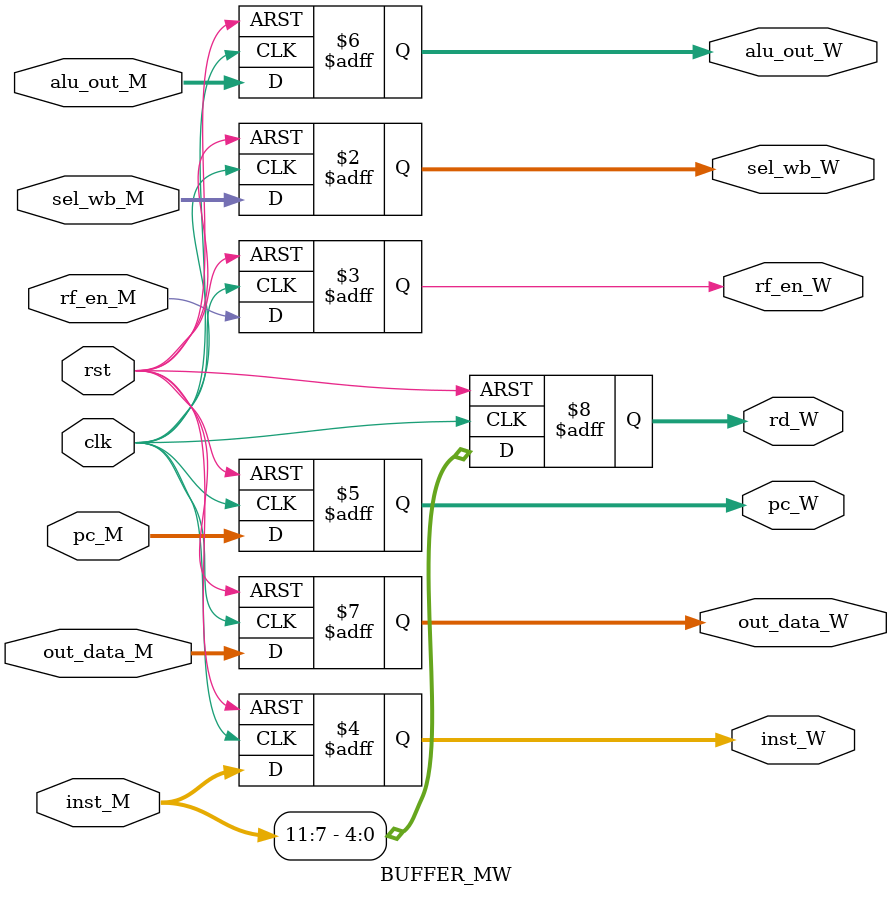
<source format=sv>
module BUFFER_MW (

    input logic clk, rst,
    input logic [1:0]sel_wb_M,
    input logic rf_en_M,
    input logic [31:0] inst_M, pc_M, alu_out_M, out_data_M,
    output logic [1:0] sel_wb_W,
    output logic rf_en_W,
    output logic [31:0] inst_W, pc_W, alu_out_W, out_data_W,
    output logic [4:0] rd_W
);

always_ff @( posedge clk, posedge rst )
begin
    if (rst) begin

        inst_W <= 32'b0;
        pc_W <= 32'b0;
        alu_out_W <= 32'b0;
        out_data_W <= 32'b0;
        sel_wb_W = 2'b0;
        rf_en_W = 0;
        rd_W = 5'b0;

    end else begin
        inst_W <= inst_M;
        pc_W <= pc_M;
        alu_out_W <= alu_out_M;
        out_data_W <= out_data_M;
        sel_wb_W = sel_wb_M;
        rf_en_W = rf_en_M;
        rd_W <= inst_M[11: 7];
    end

end

endmodule
</source>
